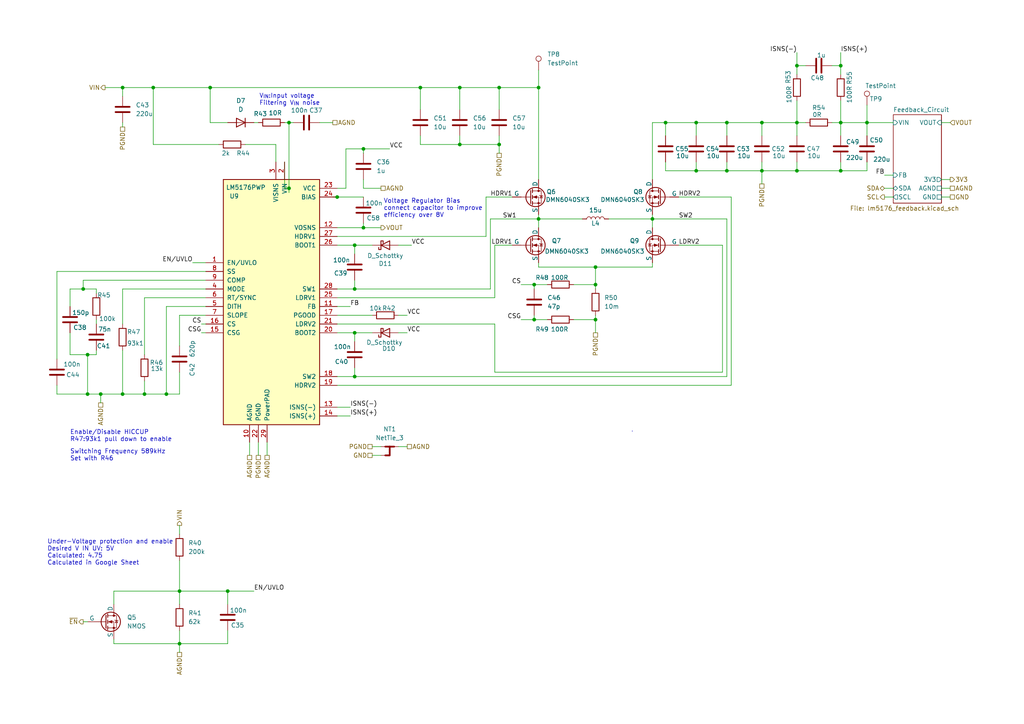
<source format=kicad_sch>
(kicad_sch (version 20231120) (generator "eeschema") (generator_version "8.0")
  (paper "A4")
  (lib_symbols
    (symbol "Connector:TestPoint" (pin_numbers hide) (pin_names (offset 0.762) hide)
      (property "Reference" "TP" (at 0 6.858 0))
      (property "Value" "TestPoint" (at 0 5.08 0))
      (symbol "TestPoint_0_1"
        (circle (center 0 3.302) (radius 0.762))
      )
      (symbol "TestPoint_1_1"
        (pin passive line (at 0 0 90) (length 2.54) (name "1") (number "1"))
      )
    )
    (symbol "Device:C" (pin_numbers hide) (pin_names (offset 0.254))
      (property "Reference" "C" (at 0.635 2.54 0))
      (property "Value" "C" (at 0.635 -2.54 0))
      (symbol "C_0_1"
        (polyline (pts (xy -2.032 -0.762) (xy 2.032 -0.762)) (stroke (width 0.508)))
        (polyline (pts (xy -2.032 0.762) (xy 2.032 0.762)) (stroke (width 0.508)))
      )
      (symbol "C_1_1"
        (pin passive line (at 0 3.81 270) (length 2.794) (name "~") (number "1"))
        (pin passive line (at 0 -3.81 90) (length 2.794) (name "~") (number "2"))
      )
    )
    (symbol "Device:D" (pin_numbers hide) (pin_names (offset 1.016) hide)
      (property "Reference" "D" (at 0 2.54 0))
      (property "Value" "D" (at 0 -2.54 0))
      (symbol "D_0_1"
        (polyline (pts (xy -1.27 1.27) (xy -1.27 -1.27)) (stroke (width 0.254)))
        (polyline (pts (xy 1.27 0) (xy -1.27 0)))
        (polyline (pts (xy 1.27 1.27) (xy 1.27 -1.27) (xy -1.27 0) (xy 1.27 1.27)) (stroke (width 0.254)))
      )
      (symbol "D_1_1"
        (pin passive line (at -3.81 0 0) (length 2.54) (name "K") (number "1"))
        (pin passive line (at 3.81 0 180) (length 2.54) (name "A") (number "2"))
      )
    )
    (symbol "Device:D_Schottky" (pin_numbers hide) (pin_names (offset 1.016) hide)
      (property "Reference" "D" (at 0 2.54 0))
      (property "Value" "D_Schottky" (at 0 -2.54 0))
      (symbol "D_Schottky_0_1"
        (polyline (pts (xy 1.27 0) (xy -1.27 0)))
        (polyline (pts (xy 1.27 1.27) (xy 1.27 -1.27) (xy -1.27 0) (xy 1.27 1.27)) (stroke (width 0.254)))
        (polyline (pts (xy -1.905 0.635) (xy -1.905 1.27) (xy -1.27 1.27) (xy -1.27 -1.27) (xy -0.635 -1.27) (xy -0.635 -0.635)) (stroke (width 0.254)))
      )
      (symbol "D_Schottky_1_1"
        (pin passive line (at -3.81 0 0) (length 2.54) (name "K") (number "1"))
        (pin passive line (at 3.81 0 180) (length 2.54) (name "A") (number "2"))
      )
    )
    (symbol "Device:L" (pin_numbers hide) (pin_names (offset 1.016) hide)
      (property "Reference" "L" (at -1.27 0 90))
      (property "Value" "L" (at 1.905 0 90))
      (symbol "L_0_1"
        (arc (start 0 -2.54) (mid 0.6323 -1.905) (end 0 -1.27))
        (arc (start 0 -1.27) (mid 0.6323 -0.635) (end 0 0))
        (arc (start 0 0) (mid 0.6323 0.635) (end 0 1.27))
        (arc (start 0 1.27) (mid 0.6323 1.905) (end 0 2.54))
      )
      (symbol "L_1_1"
        (pin passive line (at 0 3.81 270) (length 1.27) (name "1") (number "1"))
        (pin passive line (at 0 -3.81 90) (length 1.27) (name "2") (number "2"))
      )
    )
    (symbol "Device:NetTie_3" (pin_numbers hide) (pin_names (offset 0) hide) (in_bom no)
      (property "Reference" "NT" (at 0 1.27 0))
      (property "Value" "NetTie_3" (at 0 -3.81 0))
      (symbol "NetTie_3_0_1"
        (polyline (pts (xy -1.27 0) (xy 1.27 0)) (stroke (width 0.508)))
        (polyline (pts (xy 0 0) (xy 0 -2.54) (xy -1.27 -2.54)) (stroke (width 0.508)))
      )
      (symbol "NetTie_3_1_1"
        (pin passive line (at -2.54 0 0) (length 2.54) (name "1") (number "1"))
        (pin passive line (at 2.54 0 180) (length 2.54) (name "2") (number "2"))
        (pin passive line (at -2.54 -2.54 0) (length 2.54) (name "3") (number "3"))
      )
    )
    (symbol "Device:R" (pin_numbers hide) (pin_names (offset 0))
      (property "Reference" "R" (at 2.032 0 90))
      (property "Value" "R" (at 0 0 90))
      (symbol "R_0_1"
        (rectangle (start -1.016 -2.54) (end 1.016 2.54) (stroke (width 0.254)))
      )
      (symbol "R_1_1"
        (pin passive line (at 0 3.81 270) (length 1.27) (name "~") (number "1"))
        (pin passive line (at 0 -3.81 90) (length 1.27) (name "~") (number "2"))
      )
    )
    (symbol "Prj_dcdc_converter:LM5176PWPR" (pin_names (offset 1.016))
      (property "Reference" "U" (at -15.24 40.64 0))
      (property "Value" "LM5176PWPR" (at -15.24 38.1 0))
      (symbol "LM5176PWPR_0_1"
        (rectangle (start -15.24 36.83) (end 12.7 -34.29) (stroke (width 0.254)) (fill (type background)))
      )
      (symbol "LM5176PWPR_1_1"
        (pin input line (at -20.32 12.7 0) (length 5.08) (name "EN/UVLO") (number "1"))
        (pin power_in line (at -7.62 -39.37 90) (length 5.08) (name "AGND") (number "10"))
        (pin input line (at 17.78 0 180) (length 5.08) (name "FB") (number "11"))
        (pin output line (at 17.78 22.86 180) (length 5.08) (name "VOSNS") (number "12"))
        (pin input line (at 17.78 -29.21 180) (length 5.08) (name "ISNS(-)") (number "13"))
        (pin input line (at 17.78 -31.75 180) (length 5.08) (name "ISNS(+)") (number "14"))
        (pin input line (at -20.32 -7.62 0) (length 5.08) (name "CSG") (number "15"))
        (pin input line (at -20.32 -5.08 0) (length 5.08) (name "CS") (number "16"))
        (pin output line (at 17.78 -2.54 180) (length 5.08) (name "PGOOD") (number "17"))
        (pin output line (at 17.78 -20.32 180) (length 5.08) (name "SW2") (number "18"))
        (pin output line (at 17.78 -22.86 180) (length 5.08) (name "HDRV2") (number "19"))
        (pin power_in line (at 2.54 41.91 270) (length 5.08) (name "VIN") (number "2"))
        (pin passive line (at 17.78 -7.62 180) (length 5.08) (name "BOOT2") (number "20"))
        (pin output line (at 17.78 -5.08 180) (length 5.08) (name "LDRV2") (number "21"))
        (pin power_in line (at -5.08 -39.37 90) (length 5.08) (name "PGND") (number "22"))
        (pin power_in line (at 17.78 34.29 180) (length 5.08) (name "VCC") (number "23"))
        (pin input line (at 17.78 31.75 180) (length 5.08) (name "BIAS") (number "24"))
        (pin output line (at 17.78 2.54 180) (length 5.08) (name "LDRV1") (number "25"))
        (pin passive line (at 17.78 17.78 180) (length 5.08) (name "BOOT1") (number "26"))
        (pin output line (at 17.78 20.32 180) (length 5.08) (name "HDRV1") (number "27"))
        (pin output line (at 17.78 5.08 180) (length 5.08) (name "SW1") (number "28"))
        (pin input line (at -2.54 -39.37 90) (length 5.08) (name "PowerPAD") (number "29"))
        (pin input line (at 0 41.91 270) (length 5.08) (name "VISNS") (number "3"))
        (pin input line (at -20.32 5.08 0) (length 5.08) (name "MODE") (number "4"))
        (pin passive line (at -20.32 0 0) (length 5.08) (name "DITH") (number "5"))
        (pin input line (at -20.32 2.54 0) (length 5.08) (name "RT/SYNC") (number "6"))
        (pin passive line (at -20.32 -2.54 0) (length 5.08) (name "SLOPE") (number "7"))
        (pin passive line (at -20.32 10.16 0) (length 5.08) (name "SS") (number "8"))
        (pin passive line (at -20.32 7.62 0) (length 5.08) (name "COMP") (number "9"))
      )
    )
    (symbol "Simulation_SPICE:NMOS" (pin_numbers hide) (pin_names (offset 0))
      (property "Reference" "Q" (at 5.08 1.27 0))
      (property "Value" "NMOS" (at 5.08 -1.27 0))
      (symbol "NMOS_0_1"
        (polyline (pts (xy 0.254 0) (xy -2.54 0)))
        (polyline (pts (xy 0.254 1.905) (xy 0.254 -1.905)) (stroke (width 0.254)))
        (polyline (pts (xy 0.762 -1.27) (xy 0.762 -2.286)) (stroke (width 0.254)))
        (polyline (pts (xy 0.762 0.508) (xy 0.762 -0.508)) (stroke (width 0.254)))
        (polyline (pts (xy 0.762 2.286) (xy 0.762 1.27)) (stroke (width 0.254)))
        (polyline (pts (xy 2.54 2.54) (xy 2.54 1.778)))
        (polyline (pts (xy 2.54 -2.54) (xy 2.54 0) (xy 0.762 0)))
        (polyline (pts (xy 0.762 -1.778) (xy 3.302 -1.778) (xy 3.302 1.778) (xy 0.762 1.778)))
        (polyline (pts (xy 1.016 0) (xy 2.032 0.381) (xy 2.032 -0.381) (xy 1.016 0)) (fill (type outline)))
        (polyline (pts (xy 2.794 0.508) (xy 2.921 0.381) (xy 3.683 0.381) (xy 3.81 0.254)))
        (polyline (pts (xy 3.302 0.381) (xy 2.921 -0.254) (xy 3.683 -0.254) (xy 3.302 0.381)))
        (circle (center 1.651 0) (radius 2.794) (stroke (width 0.254)))
        (circle (center 2.54 -1.778) (radius 0.254) (fill (type outline)))
        (circle (center 2.54 1.778) (radius 0.254) (fill (type outline)))
      )
      (symbol "NMOS_1_1"
        (pin passive line (at 2.54 5.08 270) (length 2.54) (name "D") (number "1"))
        (pin input line (at -5.08 0 0) (length 2.54) (name "G") (number "2"))
        (pin passive line (at 2.54 -5.08 90) (length 2.54) (name "S") (number "3"))
      )
    )
  )
  (junction (at 156.21 25.4))
  (junction (at 210.82 49.53))
  (junction (at 243.84 49.53))
  (junction (at 144.78 41.91))
  (junction (at 24.13 83.82))
  (junction (at 44.45 25.4))
  (junction (at 83.82 54.61))
  (junction (at 41.91 114.3))
  (junction (at 105.41 43.18))
  (junction (at 172.72 82.55))
  (junction (at 102.87 83.82))
  (junction (at 35.56 25.4))
  (junction (at 231.14 49.53))
  (junction (at 251.46 35.56))
  (junction (at 156.21 63.5))
  (junction (at 154.94 82.55))
  (junction (at 210.82 35.56))
  (junction (at 102.87 71.12))
  (junction (at 105.41 66.04))
  (junction (at 231.14 35.56))
  (junction (at 243.84 19.05))
  (junction (at 102.87 109.22))
  (junction (at 201.93 49.53))
  (junction (at 220.98 49.53))
  (junction (at 60.96 25.4))
  (junction (at 220.98 35.56))
  (junction (at 231.14 19.05))
  (junction (at 25.4 114.3))
  (junction (at 243.84 35.56))
  (junction (at 154.94 92.71))
  (junction (at 102.87 96.52))
  (junction (at 201.93 35.56))
  (junction (at 97.79 57.15))
  (junction (at 189.23 63.5))
  (junction (at 35.56 114.3))
  (junction (at 66.04 171.45))
  (junction (at 29.21 114.3))
  (junction (at 133.35 25.4))
  (junction (at 172.72 92.71))
  (junction (at 25.4 102.87))
  (junction (at 172.72 77.47))
  (junction (at 52.07 186.69))
  (junction (at 133.35 41.91))
  (junction (at 193.04 35.56))
  (junction (at 48.26 114.3))
  (junction (at 121.92 25.4))
  (junction (at 52.07 171.45))
  (junction (at 83.82 35.56))
  (junction (at 144.78 25.4))
  (wire (pts (xy 172.72 77.47) (xy 172.72 82.55)))
  (wire (pts (xy 189.23 62.23) (xy 189.23 63.5)))
  (wire (pts (xy 142.24 83.82) (xy 142.24 63.5)))
  (wire (pts (xy 97.79 120.65) (xy 101.6 120.65)))
  (wire (pts (xy 105.41 54.61) (xy 110.49 54.61)))
  (wire (pts (xy 20.32 96.52) (xy 20.32 102.87)))
  (wire (pts (xy 24.13 83.82) (xy 27.94 83.82)))
  (wire (pts (xy 212.09 111.76) (xy 212.09 57.15)))
  (wire (pts (xy 273.05 35.56) (xy 275.59 35.56)))
  (wire (pts (xy 97.79 57.15) (xy 96.52 57.15)))
  (wire (pts (xy 105.41 64.77) (xy 105.41 66.04)))
  (wire (pts (xy 143.51 93.98) (xy 143.51 107.95)))
  (wire (pts (xy 121.92 39.37) (xy 121.92 41.91)))
  (wire (pts (xy 100.33 54.61) (xy 97.79 54.61)))
  (wire (pts (xy 41.91 86.36) (xy 59.69 86.36)))
  (wire (pts (xy 97.79 96.52) (xy 102.87 96.52)))
  (wire (pts (xy 20.32 83.82) (xy 24.13 83.82)))
  (wire (pts (xy 251.46 35.56) (xy 259.08 35.56)))
  (wire (pts (xy 193.04 49.53) (xy 201.93 49.53)))
  (wire (pts (xy 27.94 83.82) (xy 27.94 85.09)))
  (wire (pts (xy 97.79 91.44) (xy 107.95 91.44)))
  (wire (pts (xy 58.42 93.98) (xy 59.69 93.98)))
  (wire (pts (xy 121.92 25.4) (xy 121.92 31.75)))
  (wire (pts (xy 102.87 81.28) (xy 102.87 83.82)))
  (wire (pts (xy 73.66 35.56) (xy 74.93 35.56)))
  (wire (pts (xy 243.84 39.37) (xy 243.84 35.56)))
  (wire (pts (xy 172.72 91.44) (xy 172.72 92.71)))
  (wire (pts (xy 77.47 128.27) (xy 77.47 132.08)))
  (wire (pts (xy 16.51 78.74) (xy 59.69 78.74)))
  (wire (pts (xy 193.04 35.56) (xy 193.04 39.37)))
  (wire (pts (xy 166.37 92.71) (xy 172.72 92.71)))
  (wire (pts (xy 231.14 29.21) (xy 231.14 35.56)))
  (wire (pts (xy 172.72 92.71) (xy 172.72 96.52)))
  (wire (pts (xy 25.4 102.87) (xy 27.94 102.87)))
  (wire (pts (xy 151.13 82.55) (xy 154.94 82.55)))
  (wire (pts (xy 105.41 43.18) (xy 105.41 44.45)))
  (wire (pts (xy 20.32 83.82) (xy 20.32 88.9)))
  (wire (pts (xy 196.85 57.15) (xy 212.09 57.15)))
  (wire (pts (xy 33.02 186.69) (xy 33.02 185.42)))
  (wire (pts (xy 35.56 27.94) (xy 35.56 25.4)))
  (wire (pts (xy 80.01 41.91) (xy 80.01 46.99)))
  (wire (pts (xy 41.91 86.36) (xy 41.91 102.87)))
  (wire (pts (xy 102.87 83.82) (xy 142.24 83.82)))
  (wire (pts (xy 100.33 43.18) (xy 100.33 54.61)))
  (wire (pts (xy 133.35 41.91) (xy 121.92 41.91)))
  (wire (pts (xy 115.57 96.52) (xy 118.11 96.52)))
  (wire (pts (xy 52.07 152.4) (xy 52.07 154.94)))
  (wire (pts (xy 231.14 15.24) (xy 231.14 19.05)))
  (wire (pts (xy 102.87 96.52) (xy 107.95 96.52)))
  (wire (pts (xy 97.79 57.15) (xy 105.41 57.15)))
  (wire (pts (xy 71.12 41.91) (xy 80.01 41.91)))
  (wire (pts (xy 52.07 186.69) (xy 52.07 189.23)))
  (wire (pts (xy 233.68 19.05) (xy 231.14 19.05)))
  (wire (pts (xy 52.07 162.56) (xy 52.07 171.45)))
  (wire (pts (xy 193.04 35.56) (xy 201.93 35.56)))
  (wire (pts (xy 52.07 91.44) (xy 52.07 100.33)))
  (wire (pts (xy 83.82 35.56) (xy 85.09 35.56)))
  (wire (pts (xy 143.51 107.95) (xy 209.55 107.95)))
  (wire (pts (xy 16.51 114.3) (xy 25.4 114.3)))
  (wire (pts (xy 97.79 86.36) (xy 143.51 86.36)))
  (wire (pts (xy 172.72 83.82) (xy 172.72 82.55)))
  (wire (pts (xy 210.82 46.99) (xy 210.82 49.53)))
  (wire (pts (xy 24.13 81.28) (xy 59.69 81.28)))
  (wire (pts (xy 251.46 46.99) (xy 251.46 49.53)))
  (wire (pts (xy 176.53 63.5) (xy 189.23 63.5)))
  (wire (pts (xy 154.94 82.55) (xy 158.75 82.55)))
  (wire (pts (xy 44.45 41.91) (xy 44.45 25.4)))
  (wire (pts (xy 27.94 101.6) (xy 27.94 102.87)))
  (wire (pts (xy 105.41 66.04) (xy 110.49 66.04)))
  (wire (pts (xy 60.96 35.56) (xy 60.96 25.4)))
  (wire (pts (xy 83.82 54.61) (xy 82.55 54.61)))
  (wire (pts (xy 48.26 114.3) (xy 52.07 114.3)))
  (wire (pts (xy 97.79 66.04) (xy 105.41 66.04)))
  (wire (pts (xy 33.02 171.45) (xy 52.07 171.45)))
  (wire (pts (xy 156.21 63.5) (xy 156.21 66.04)))
  (wire (pts (xy 201.93 35.56) (xy 201.93 39.37)))
  (wire (pts (xy 201.93 49.53) (xy 210.82 49.53)))
  (wire (pts (xy 220.98 46.99) (xy 220.98 49.53)))
  (wire (pts (xy 243.84 15.24) (xy 243.84 19.05)))
  (wire (pts (xy 156.21 77.47) (xy 172.72 77.47)))
  (wire (pts (xy 52.07 171.45) (xy 66.04 171.45)))
  (wire (pts (xy 35.56 83.82) (xy 59.69 83.82)))
  (wire (pts (xy 133.35 25.4) (xy 133.35 31.75)))
  (wire (pts (xy 102.87 71.12) (xy 107.95 71.12)))
  (wire (pts (xy 243.84 19.05) (xy 241.3 19.05)))
  (wire (pts (xy 251.46 35.56) (xy 251.46 39.37)))
  (wire (pts (xy 144.78 41.91) (xy 144.78 44.45)))
  (wire (pts (xy 105.41 52.07) (xy 105.41 54.61)))
  (wire (pts (xy 66.04 171.45) (xy 73.66 171.45)))
  (wire (pts (xy 115.57 71.12) (xy 119.38 71.12)))
  (wire (pts (xy 256.54 57.15) (xy 259.08 57.15)))
  (wire (pts (xy 243.84 46.99) (xy 243.84 49.53)))
  (wire (pts (xy 273.05 52.07) (xy 275.59 52.07)))
  (wire (pts (xy 143.51 71.12) (xy 148.59 71.12)))
  (wire (pts (xy 210.82 35.56) (xy 210.82 39.37)))
  (wire (pts (xy 66.04 35.56) (xy 60.96 35.56)))
  (wire (pts (xy 48.26 88.9) (xy 48.26 114.3)))
  (wire (pts (xy 33.02 175.26) (xy 33.02 171.45)))
  (wire (pts (xy 24.13 81.28) (xy 24.13 83.82)))
  (wire (pts (xy 273.05 57.15) (xy 275.59 57.15)))
  (wire (pts (xy 256.54 50.8) (xy 259.08 50.8)))
  (wire (pts (xy 41.91 110.49) (xy 41.91 114.3)))
  (wire (pts (xy 220.98 35.56) (xy 220.98 39.37)))
  (wire (pts (xy 63.5 41.91) (xy 44.45 41.91)))
  (wire (pts (xy 102.87 109.22) (xy 210.82 109.22)))
  (wire (pts (xy 74.93 128.27) (xy 74.93 132.08)))
  (wire (pts (xy 251.46 35.56) (xy 243.84 35.56)))
  (wire (pts (xy 220.98 35.56) (xy 231.14 35.56)))
  (wire (pts (xy 24.13 180.34) (xy 25.4 180.34)))
  (wire (pts (xy 209.55 71.12) (xy 196.85 71.12)))
  (wire (pts (xy 29.21 114.3) (xy 29.21 116.84)))
  (wire (pts (xy 151.13 92.71) (xy 154.94 92.71)))
  (wire (pts (xy 97.79 83.82) (xy 102.87 83.82)))
  (wire (pts (xy 140.97 57.15) (xy 140.97 68.58)))
  (wire (pts (xy 231.14 35.56) (xy 233.68 35.56)))
  (wire (pts (xy 97.79 118.11) (xy 101.6 118.11)))
  (wire (pts (xy 35.56 114.3) (xy 41.91 114.3)))
  (wire (pts (xy 210.82 109.22) (xy 210.82 63.5)))
  (wire (pts (xy 209.55 107.95) (xy 209.55 71.12)))
  (wire (pts (xy 97.79 109.22) (xy 102.87 109.22)))
  (wire (pts (xy 210.82 35.56) (xy 220.98 35.56)))
  (wire (pts (xy 16.51 111.76) (xy 16.51 114.3)))
  (wire (pts (xy 231.14 46.99) (xy 231.14 49.53)))
  (wire (pts (xy 66.04 182.88) (xy 66.04 186.69)))
  (wire (pts (xy 154.94 92.71) (xy 158.75 92.71)))
  (wire (pts (xy 35.56 35.56) (xy 35.56 36.83)))
  (wire (pts (xy 144.78 25.4) (xy 156.21 25.4)))
  (wire (pts (xy 102.87 96.52) (xy 102.87 99.06)))
  (wire (pts (xy 154.94 91.44) (xy 154.94 92.71)))
  (wire (pts (xy 251.46 30.48) (xy 251.46 35.56)))
  (wire (pts (xy 189.23 77.47) (xy 189.23 76.2)))
  (wire (pts (xy 231.14 19.05) (xy 231.14 21.59)))
  (wire (pts (xy 102.87 109.22) (xy 102.87 106.68)))
  (wire (pts (xy 273.05 54.61) (xy 275.59 54.61)))
  (wire (pts (xy 220.98 49.53) (xy 231.14 49.53)))
  (wire (pts (xy 41.91 114.3) (xy 48.26 114.3)))
  (wire (pts (xy 243.84 35.56) (xy 241.3 35.56)))
  (wire (pts (xy 154.94 82.55) (xy 154.94 83.82)))
  (wire (pts (xy 166.37 82.55) (xy 172.72 82.55)))
  (wire (pts (xy 144.78 25.4) (xy 144.78 31.75)))
  (wire (pts (xy 97.79 93.98) (xy 143.51 93.98)))
  (wire (pts (xy 201.93 46.99) (xy 201.93 49.53)))
  (wire (pts (xy 156.21 63.5) (xy 168.91 63.5)))
  (wire (pts (xy 100.33 43.18) (xy 105.41 43.18)))
  (wire (pts (xy 256.54 54.61) (xy 259.08 54.61)))
  (wire (pts (xy 82.55 54.61) (xy 82.55 46.99)))
  (wire (pts (xy 25.4 114.3) (xy 29.21 114.3)))
  (wire (pts (xy 20.32 102.87) (xy 25.4 102.87)))
  (wire (pts (xy 72.39 128.27) (xy 72.39 132.08)))
  (wire (pts (xy 25.4 102.87) (xy 25.4 114.3)))
  (wire (pts (xy 121.92 25.4) (xy 133.35 25.4)))
  (wire (pts (xy 97.79 111.76) (xy 212.09 111.76)))
  (wire (pts (xy 144.78 39.37) (xy 144.78 41.91)))
  (wire (pts (xy 27.94 92.71) (xy 27.94 93.98)))
  (wire (pts (xy 210.82 49.53) (xy 220.98 49.53)))
  (wire (pts (xy 92.71 35.56) (xy 96.52 35.56)))
  (wire (pts (xy 243.84 49.53) (xy 231.14 49.53)))
  (wire (pts (xy 29.21 114.3) (xy 35.56 114.3)))
  (wire (pts (xy 16.51 78.74) (xy 16.51 104.14)))
  (wire (pts (xy 189.23 35.56) (xy 193.04 35.56)))
  (wire (pts (xy 156.21 62.23) (xy 156.21 63.5)))
  (wire (pts (xy 97.79 88.9) (xy 101.6 88.9)))
  (wire (pts (xy 35.56 83.82) (xy 35.56 93.98)))
  (wire (pts (xy 52.07 186.69) (xy 66.04 186.69)))
  (wire (pts (xy 105.41 43.18) (xy 113.03 43.18)))
  (wire (pts (xy 156.21 25.4) (xy 156.21 52.07)))
  (wire (pts (xy 189.23 35.56) (xy 189.23 52.07)))
  (wire (pts (xy 30.48 25.4) (xy 35.56 25.4)))
  (wire (pts (xy 144.78 41.91) (xy 133.35 41.91)))
  (wire (pts (xy 55.88 76.2) (xy 59.69 76.2)))
  (wire (pts (xy 107.95 132.08) (xy 110.49 132.08)))
  (wire (pts (xy 251.46 49.53) (xy 243.84 49.53)))
  (wire (pts (xy 52.07 171.45) (xy 52.07 175.26)))
  (wire (pts (xy 60.96 25.4) (xy 121.92 25.4)))
  (wire (pts (xy 83.82 55.88) (xy 83.82 54.61)))
  (wire (pts (xy 133.35 25.4) (xy 144.78 25.4)))
  (wire (pts (xy 35.56 101.6) (xy 35.56 114.3)))
  (wire (pts (xy 172.72 77.47) (xy 189.23 77.47)))
  (wire (pts (xy 142.24 63.5) (xy 156.21 63.5)))
  (wire (pts (xy 243.84 29.21) (xy 243.84 35.56)))
  (wire (pts (xy 189.23 63.5) (xy 210.82 63.5)))
  (wire (pts (xy 58.42 96.52) (xy 59.69 96.52)))
  (wire (pts (xy 83.82 35.56) (xy 83.82 54.61)))
  (wire (pts (xy 243.84 21.59) (xy 243.84 19.05)))
  (wire (pts (xy 52.07 182.88) (xy 52.07 186.69)))
  (wire (pts (xy 33.02 186.69) (xy 52.07 186.69)))
  (wire (pts (xy 35.56 25.4) (xy 44.45 25.4)))
  (wire (pts (xy 102.87 71.12) (xy 102.87 73.66)))
  (wire (pts (xy 97.79 68.58) (xy 140.97 68.58)))
  (wire (pts (xy 66.04 171.45) (xy 66.04 175.26)))
  (wire (pts (xy 52.07 91.44) (xy 59.69 91.44)))
  (wire (pts (xy 118.11 91.44) (xy 115.57 91.44)))
  (wire (pts (xy 44.45 25.4) (xy 60.96 25.4)))
  (wire (pts (xy 143.51 86.36) (xy 143.51 71.12)))
  (wire (pts (xy 220.98 49.53) (xy 220.98 53.34)))
  (wire (pts (xy 156.21 20.32) (xy 156.21 25.4)))
  (wire (pts (xy 231.14 39.37) (xy 231.14 35.56)))
  (wire (pts (xy 48.26 88.9) (xy 59.69 88.9)))
  (wire (pts (xy 82.55 35.56) (xy 83.82 35.56)))
  (wire (pts (xy 189.23 63.5) (xy 189.23 66.04)))
  (wire (pts (xy 52.07 107.95) (xy 52.07 114.3)))
  (wire (pts (xy 115.57 129.54) (xy 118.11 129.54)))
  (wire (pts (xy 201.93 35.56) (xy 210.82 35.56)))
  (wire (pts (xy 156.21 77.47) (xy 156.21 76.2)))
  (wire (pts (xy 97.79 71.12) (xy 102.87 71.12)))
  (polyline (pts (xy 183.388 125.095) (xy 183.388 124.968)))
  (wire (pts (xy 133.35 39.37) (xy 133.35 41.91)))
  (wire (pts (xy 107.95 129.54) (xy 110.49 129.54)))
  (wire (pts (xy 140.97 57.15) (xy 148.59 57.15)))
  (wire (pts (xy 193.04 46.99) (xy 193.04 49.53)))
  (text "V_{IN}:Input voltage \nFiltering V_{IN} noise" (at 75.184 28.956 0) (effects (font (size 1.27 1.27)) (justify left)))
  (text "Enable/Disable HICCUP\nR47:93k1 pull down to enable" (at 20.32 126.492 0) (effects (font (size 1.27 1.27)) (justify left)))
  (text "Switching Frequency 589kHz\nSet with R46\n" (at 20.32 132.08 0) (effects (font (size 1.27 1.27)) (justify left)))
  (text "Voltage Regulator Bias\nconnect capacitor to improve \nefficiency over 8V" (at 111.252 60.452 0) (effects (font (size 1.27 1.27)) (justify left)))
  (text "Under-Voltage protection and enable\nDesired V IN UV: 5V\nCalculated: 4.75\nCalculated in Google Sheet" (at 13.716 160.274 0) (effects (font (size 1.27 1.27)) (justify left)))
  (label "VCC" (at 113.03 43.18 0))
  (label "CSG" (at 58.42 96.52 180))
  (label "VCC" (at 118.11 91.44 0))
  (label "SW2" (at 196.85 63.5 0))
  (label "CS" (at 151.13 82.55 180))
  (label "CSG" (at 151.13 92.71 180))
  (label "FB" (at 101.6 88.9 0))
  (label "ISNS(-)" (at 231.14 15.24 180))
  (label "ISNS(+)" (at 243.84 15.24 0))
  (label "ISNS(-)" (at 101.6 118.11 0))
  (label "VCC" (at 119.38 71.12 0))
  (label "ISNS(+)" (at 101.6 120.65 0))
  (label "FB" (at 256.54 50.8 180))
  (label "EN{slash}UVLO" (at 55.88 76.2 180))
  (label "HDRV1" (at 142.24 57.15 0))
  (label "CS" (at 58.42 93.98 180))
  (label "EN{slash}UVLO" (at 73.66 171.45 0))
  (label "LDRV1" (at 148.59 71.12 180))
  (label "SW1" (at 149.86 63.5 180))
  (label "VCC" (at 118.11 96.52 0))
  (label "LDRV2" (at 196.85 71.12 0))
  (label "HDRV2" (at 196.85 57.15 0))
  (hierarchical_label "PGND" (shape passive) (at 74.93 132.08 270))
  (hierarchical_label "AGND" (shape passive) (at 275.59 54.61 0))
  (hierarchical_label "PGND" (shape passive) (at 35.56 36.83 270))
  (hierarchical_label "AGND" (shape passive) (at 96.52 35.56 0))
  (hierarchical_label "VIN" (shape output) (at 30.48 25.4 180))
  (hierarchical_label "SCL" (shape output) (at 256.54 57.15 180))
  (hierarchical_label "AGND" (shape passive) (at 77.47 132.08 270))
  (hierarchical_label "PGND" (shape passive) (at 107.95 129.54 180))
  (hierarchical_label "SDA" (shape bidirectional) (at 256.54 54.61 180))
  (hierarchical_label "AGND" (shape passive) (at 110.49 54.61 0))
  (hierarchical_label "AGND" (shape passive) (at 72.39 132.08 270))
  (hierarchical_label "AGND" (shape passive) (at 52.07 189.23 270))
  (hierarchical_label "3V3" (shape output) (at 275.59 52.07 0))
  (hierarchical_label "AGND" (shape passive) (at 29.21 116.84 270))
  (hierarchical_label "PGND" (shape passive) (at 220.98 53.34 270))
  (hierarchical_label "VOUT" (shape input) (at 275.59 35.56 0))
  (hierarchical_label "GND" (shape passive) (at 275.59 57.15 0))
  (hierarchical_label "VOUT" (shape output) (at 110.49 66.04 0))
  (hierarchical_label "PGND" (shape passive) (at 144.78 44.45 270))
  (hierarchical_label "~{EN}" (shape output) (at 24.13 180.34 180))
  (hierarchical_label "VIN" (shape output) (at 52.07 152.4 90))
  (hierarchical_label "GND" (shape passive) (at 107.95 132.08 180))
  (hierarchical_label "PGND" (shape passive) (at 172.72 96.52 270))
  (hierarchical_label "AGND" (shape passive) (at 118.11 129.54 0))
  (symbol (lib_id "Device:C") (at 27.94 97.79 0) (unit 1)
    (property "Reference" "C41" (at 32.004 100.33 0) (effects (justify right)))
    (property "Value" "75n" (at 32.258 95.504 0) (effects (justify right)))
    (property "Description" "Unpolarized capacitor" (effects (hide yes)))
  )
  (symbol (lib_id "Device:C") (at 251.46 43.18 0) (unit 1)
    (property "Reference" "C50" (at 252.222 40.64 0) (effects (justify left)))
    (property "Value" "220u" (at 253.238 46.228 0) (effects (justify left)))
    (property "Description" "Unpolarized capacitor" (effects (hide yes)))
  )
  (symbol (lib_id "Device:R") (at 67.31 41.91 270) (unit 1)
    (property "Reference" "R44" (at 68.5801 44.45 90) (effects (justify left)))
    (property "Value" "2k" (at 64.262 44.45 90) (effects (justify left)))
    (property "Description" "Resistor" (effects (hide yes)))
  )
  (symbol (lib_id "Device:L") (at 172.72 63.5 90) (unit 1)
    (property "Reference" "L4" (at 172.72 64.77 90))
    (property "Value" "15u" (at 172.72 60.96 90))
    (property "Description" "Inductor" (effects (hide yes)))
  )
  (symbol (lib_id "Device:C") (at 35.56 31.75 0) (unit 1)
    (property "Reference" "C43" (at 39.37 30.4799 0) (effects (justify left)))
    (property "Value" "220u" (at 39.37 33.0199 0) (effects (justify left)))
    (property "Description" "Unpolarized capacitor" (effects (hide yes)))
  )
  (symbol (lib_id "Device:C") (at 243.84 43.18 0) (unit 1)
    (property "Reference" "C49" (at 245.364 41.148 0) (effects (justify left)))
    (property "Value" "220u" (at 245.364 45.72 0) (effects (justify left)))
    (property "Description" "Unpolarized capacitor" (effects (hide yes)))
  )
  (symbol (lib_id "Device:R") (at 162.56 82.55 270) (unit 1)
    (property "Reference" "R48" (at 157.226 80.518 90))
    (property "Value" "100R" (at 162.306 80.518 90))
    (property "Description" "Resistor" (effects (hide yes)))
  )
  (symbol (lib_id "Device:C") (at 102.87 102.87 180) (unit 1)
    (property "Reference" "C40" (at 99.06 104.902 0))
    (property "Value" "100n" (at 99.314 100.584 0))
    (property "Description" "Unpolarized capacitor" (effects (hide yes)))
  )
  (symbol (lib_id "Device:C") (at 133.35 35.56 0) (unit 1)
    (property "Reference" "C56" (at 137.16 34.2899 0) (effects (justify left)))
    (property "Value" "10u" (at 137.16 36.8299 0) (effects (justify left)))
    (property "Description" "Unpolarized capacitor" (effects (hide yes)))
  )
  (symbol (lib_id "Device:C") (at 102.87 77.47 0) (unit 1)
    (property "Reference" "C39" (at 98.806 79.248 0))
    (property "Value" "100n" (at 99.06 75.438 0))
    (property "Description" "Unpolarized capacitor" (effects (hide yes)))
  )
  (symbol (lib_id "Simulation_SPICE:NMOS") (at 153.67 57.15 0) (unit 1)
    (property "Reference" "Q6" (at 158.496 55.626 0) (effects (justify left)))
    (property "Value" "DMN6040SK3" (at 158.242 57.912 0) (effects (justify left)))
    (property "Datasheet" "https://ngspice.sourceforge.io/docs/ngspice-html-manual/manual.xhtml#cha_MOSFETs" (effects (hide yes)))
    (property "Description" "N-MOSFET transistor, drain/source/gate" (effects (hide yes)))
    (property "Sim.Device" "NMOS" (effects (hide yes)))
    (property "Sim.Type" "VDMOS" (effects (hide yes)))
    (property "Sim.Pins" "1=D 2=G 3=S" (effects (hide yes)))
  )
  (symbol (lib_id "Device:C") (at 144.78 35.56 0) (unit 1)
    (property "Reference" "C57" (at 148.59 34.2899 0) (effects (justify left)))
    (property "Value" "10u" (at 148.59 36.8299 0) (effects (justify left)))
    (property "Description" "Unpolarized capacitor" (effects (hide yes)))
  )
  (symbol (lib_id "Device:R") (at 78.74 35.56 90) (unit 1)
    (property "Reference" "R43" (at 77.4699 33.02 90) (effects (justify left)))
    (property "Value" "10R" (at 81.788 32.766 90) (effects (justify left)))
    (property "Description" "Resistor" (effects (hide yes)))
  )
  (symbol (lib_id "Simulation_SPICE:NMOS") (at 191.77 71.12 0) (mirror y) (unit 1)
    (property "Reference" "Q9" (at 185.42 69.8499 0) (effects (justify left)))
    (property "Value" "DMN6040SK3" (at 186.944 72.898 0) (effects (justify left)))
    (property "Datasheet" "https://ngspice.sourceforge.io/docs/ngspice-html-manual/manual.xhtml#cha_MOSFETs" (effects (hide yes)))
    (property "Description" "N-MOSFET transistor, drain/source/gate" (effects (hide yes)))
    (property "Sim.Device" "NMOS" (effects (hide yes)))
    (property "Sim.Type" "VDMOS" (effects (hide yes)))
    (property "Sim.Pins" "1=D 2=G 3=S" (effects (hide yes)))
  )
  (symbol (lib_id "Connector:TestPoint") (at 156.21 20.32 0) (unit 1)
    (property "Reference" "TP8" (at 158.75 15.7479 0) (effects (justify left)))
    (property "Value" "TestPoint" (at 158.75 18.2879 0) (effects (justify left)))
    (property "Description" "test point" (effects (hide yes)))
  )
  (symbol (lib_id "Device:R") (at 243.84 25.4 180) (unit 1)
    (property "Reference" "R55" (at 246.38 22.606 90))
    (property "Value" "100R" (at 246.38 27.432 90))
    (property "Description" "Resistor" (effects (hide yes)))
  )
  (symbol (lib_id "Connector:TestPoint") (at 251.46 30.48 0) (unit 1)
    (property "Reference" "TP9" (at 252.222 28.702 0) (effects (justify left)))
    (property "Value" "TestPoint" (at 250.952 24.892 0) (effects (justify left)))
    (property "Description" "test point" (effects (hide yes)))
  )
  (symbol (lib_id "Device:R") (at 52.07 179.07 0) (unit 1)
    (property "Reference" "R41" (at 54.61 177.7999 0) (effects (justify left)))
    (property "Value" "62k" (at 54.61 180.3399 0) (effects (justify left)))
    (property "Description" "Resistor" (effects (hide yes)))
  )
  (symbol (lib_id "Device:C") (at 16.51 107.95 0) (unit 1)
    (property "Reference" "C44" (at 23.114 108.712 0) (effects (justify right)))
    (property "Value" "100n" (at 23.368 105.664 0) (effects (justify right)))
    (property "Description" "Unpolarized capacitor" (effects (hide yes)))
  )
  (symbol (lib_id "Device:R") (at 237.49 35.56 90) (unit 1)
    (property "Reference" "R54" (at 237.49 31.242 90))
    (property "Value" "0R" (at 236.982 33.274 90))
    (property "Description" "Resistor" (effects (hide yes)))
  )
  (symbol (lib_id "Device:R") (at 162.56 92.71 270) (unit 1)
    (property "Reference" "R49" (at 157.226 95.504 90))
    (property "Value" "100R" (at 162.306 95.504 90))
    (property "Description" "Resistor" (effects (hide yes)))
  )
  (symbol (lib_id "Device:R") (at 41.91 106.68 0) (unit 1)
    (property "Reference" "R46" (at 43.434 105.156 0) (effects (justify left)))
    (property "Value" "13k" (at 43.688 106.934 0) (effects (justify left)))
    (property "Description" "Resistor" (effects (hide yes)))
  )
  (symbol (lib_id "Device:R") (at 27.94 88.9 0) (unit 1)
    (property "Reference" "R45" (at 28.194 85.598 0) (effects (justify left)))
    (property "Value" "100k" (at 28.702 92.456 0) (effects (justify left)))
    (property "Description" "Resistor" (effects (hide yes)))
  )
  (symbol (lib_id "Simulation_SPICE:NMOS") (at 153.67 71.12 0) (unit 1)
    (property "Reference" "Q7" (at 160.02 69.8499 0) (effects (justify left)))
    (property "Value" "DMN6040SK3" (at 157.988 72.898 0) (effects (justify left)))
    (property "Datasheet" "https://ngspice.sourceforge.io/docs/ngspice-html-manual/manual.xhtml#cha_MOSFETs" (effects (hide yes)))
    (property "Description" "N-MOSFET transistor, drain/source/gate" (effects (hide yes)))
    (property "Sim.Device" "NMOS" (effects (hide yes)))
    (property "Sim.Type" "VDMOS" (effects (hide yes)))
    (property "Sim.Pins" "1=D 2=G 3=S" (effects (hide yes)))
  )
  (symbol (lib_id "Device:C") (at 88.9 35.56 90) (unit 1)
    (property "Reference" "C37" (at 89.662 32.004 90) (effects (justify right)))
    (property "Value" "100n" (at 84.328 32.004 90) (effects (justify right)))
    (property "Description" "Unpolarized capacitor" (effects (hide yes)))
  )
  (symbol (lib_id "Device:C") (at 121.92 35.56 0) (unit 1)
    (property "Reference" "C51" (at 125.73 34.2899 0) (effects (justify left)))
    (property "Value" "10u" (at 125.73 36.8299 0) (effects (justify left)))
    (property "Description" "Unpolarized capacitor" (effects (hide yes)))
  )
  (symbol (lib_id "Device:R") (at 111.76 91.44 90) (unit 1)
    (property "Reference" "R42" (at 112.776 89.408 90))
    (property "Value" "10k" (at 108.966 89.408 90))
    (property "Description" "Resistor" (effects (hide yes)))
  )
  (symbol (lib_id "Device:C") (at 105.41 48.26 180) (unit 1)
    (property "Reference" "C36" (at 109.22 46.9899 0) (effects (justify right)))
    (property "Value" "1u" (at 109.22 49.5299 0) (effects (justify right)))
    (property "Description" "Unpolarized capacitor" (effects (hide yes)))
  )
  (symbol (lib_id "Device:C") (at 210.82 43.18 0) (unit 1)
    (property "Reference" "C53" (at 213.614 43.18 0) (effects (justify left)))
    (property "Value" "10u" (at 213.868 45.212 0) (effects (justify left)))
    (property "Description" "Unpolarized capacitor" (effects (hide yes)))
  )
  (symbol (lib_id "Prj_dcdc_converter:LM5176PWPR") (at 80.01 88.9 0) (unit 1)
    (property "Reference" "U9" (at 66.548 56.896 0) (effects (justify left)))
    (property "Value" "LM5176PWP" (at 65.532 54.356 0) (effects (justify left)))
    (property "Footprint" "Package_SO:HTSSOP-28-1EP_4.4x9.7mm_P0.65mm_EP3.4x9.5mm_ThermalVias" (effects (hide yes)))
    (property "Datasheet" "http://www.ti.com/lit/ds/symlink/lm5176.pdf" (effects (hide yes)))
    (property "Description" "55-V wide Vin synchronous 4-switch Buck-Boost controller, HTSSOP-28 package" (effects (hide yes)))
  )
  (symbol (lib_id "Device:C") (at 220.98 43.18 0) (unit 1)
    (property "Reference" "C52" (at 223.774 43.18 0) (effects (justify left)))
    (property "Value" "10u" (at 224.028 45.212 0) (effects (justify left)))
    (property "Description" "Unpolarized capacitor" (effects (hide yes)))
  )
  (symbol (lib_id "Device:R") (at 172.72 87.63 0) (unit 1)
    (property "Reference" "R50" (at 175.26 86.3599 0) (effects (justify left)))
    (property "Value" "10m" (at 175.26 88.8999 0) (effects (justify left)))
    (property "Description" "Resistor" (effects (hide yes)))
  )
  (symbol (lib_id "Device:NetTie_3") (at 113.03 129.54 0) (unit 1) (in_bom no)
    (property "Reference" "NT1" (at 113.03 124.46 0))
    (property "Value" "NetTie_3" (at 113.03 127 0))
    (property "Description" "Net tie, 3 pins" (effects (hide yes)))
  )
  (symbol (lib_id "Device:C") (at 105.41 60.96 0) (unit 1)
    (property "Reference" "C58" (at 110.236 63.246 0) (effects (justify right)))
    (property "Value" "100n" (at 110.998 58.928 0) (effects (justify right)))
    (property "Description" "Unpolarized capacitor" (effects (hide yes)))
  )
  (symbol (lib_id "Device:C") (at 237.49 19.05 90) (unit 1)
    (property "Reference" "C48" (at 239.014 22.606 90) (effects (justify left)))
    (property "Value" "1u" (at 239.522 16.002 90) (effects (justify left)))
    (property "Description" "Unpolarized capacitor" (effects (hide yes)))
  )
  (symbol (lib_id "Device:C") (at 193.04 43.18 0) (unit 1)
    (property "Reference" "C55" (at 195.834 43.18 0) (effects (justify left)))
    (property "Value" "10u" (at 196.088 45.212 0) (effects (justify left)))
    (property "Description" "Unpolarized capacitor" (effects (hide yes)))
  )
  (symbol (lib_id "Device:R") (at 35.56 97.79 0) (unit 1)
    (property "Reference" "R47" (at 36.83 96.266 0) (effects (justify left)))
    (property "Value" "93k1" (at 36.83 99.568 0) (effects (justify left)))
    (property "Description" "Resistor" (effects (hide yes)))
  )
  (symbol (lib_id "Device:D_Schottky") (at 111.76 96.52 0) (mirror x) (unit 1)
    (property "Reference" "D10" (at 112.776 101.092 0))
    (property "Value" "D_Schottky" (at 111.506 99.314 0))
    (property "Description" "Schottky diode" (effects (hide yes)))
  )
  (symbol (lib_id "Device:D") (at 69.85 35.56 180) (unit 1)
    (property "Reference" "D7" (at 69.85 29.21 0))
    (property "Value" "D" (at 69.85 31.75 0))
    (property "Description" "Diode" (effects (hide yes)))
    (property "Sim.Device" "D" (effects (hide yes)))
    (property "Sim.Pins" "1=K 2=A" (effects (hide yes)))
  )
  (symbol (lib_id "Simulation_SPICE:NMOS") (at 30.48 180.34 0) (unit 1)
    (property "Reference" "Q5" (at 36.83 179.0699 0) (effects (justify left)))
    (property "Value" "NMOS" (at 36.83 181.6099 0) (effects (justify left)))
    (property "Datasheet" "https://ngspice.sourceforge.io/docs/ngspice-html-manual/manual.xhtml#cha_MOSFETs" (effects (hide yes)))
    (property "Description" "N-MOSFET transistor, drain/source/gate" (effects (hide yes)))
    (property "Sim.Device" "NMOS" (effects (hide yes)))
    (property "Sim.Type" "VDMOS" (effects (hide yes)))
    (property "Sim.Pins" "1=D 2=G 3=S" (effects (hide yes)))
  )
  (symbol (lib_id "Device:C") (at 66.04 179.07 0) (unit 1)
    (property "Reference" "C35" (at 70.866 181.356 0) (effects (justify right)))
    (property "Value" "100n" (at 71.628 177.038 0) (effects (justify right)))
    (property "Description" "Unpolarized capacitor" (effects (hide yes)))
  )
  (symbol (lib_id "Device:C") (at 154.94 87.63 0) (unit 1)
    (property "Reference" "C46" (at 158.75 86.3599 0) (effects (justify left)))
    (property "Value" "47p" (at 158.75 88.8999 0) (effects (justify left)))
    (property "Description" "Unpolarized capacitor" (effects (hide yes)))
  )
  (symbol (lib_id "Device:C") (at 20.32 92.71 0) (unit 1)
    (property "Reference" "C38" (at 25.146 94.996 0) (effects (justify right)))
    (property "Value" "150p" (at 25.908 90.678 0) (effects (justify right)))
    (property "Description" "Unpolarized capacitor" (effects (hide yes)))
  )
  (symbol (lib_id "Device:C") (at 201.93 43.18 0) (unit 1)
    (property "Reference" "C54" (at 204.724 43.18 0) (effects (justify left)))
    (property "Value" "10u" (at 204.978 45.212 0) (effects (justify left)))
    (property "Description" "Unpolarized capacitor" (effects (hide yes)))
  )
  (symbol (lib_id "Simulation_SPICE:NMOS") (at 191.77 57.15 0) (mirror y) (unit 1)
    (property "Reference" "Q8" (at 186.436 55.626 0) (effects (justify left)))
    (property "Value" "DMN6040SK3" (at 186.944 57.912 0) (effects (justify left)))
    (property "Datasheet" "https://ngspice.sourceforge.io/docs/ngspice-html-manual/manual.xhtml#cha_MOSFETs" (effects (hide yes)))
    (property "Description" "N-MOSFET transistor, drain/source/gate" (effects (hide yes)))
    (property "Sim.Device" "NMOS" (effects (hide yes)))
    (property "Sim.Type" "VDMOS" (effects (hide yes)))
    (property "Sim.Pins" "1=D 2=G 3=S" (effects (hide yes)))
  )
  (symbol (lib_id "Device:D_Schottky") (at 111.76 71.12 0) (mirror x) (unit 1)
    (property "Reference" "D11" (at 111.76 76.454 0))
    (property "Value" "D_Schottky" (at 111.76 74.168 0))
    (property "Description" "Schottky diode" (effects (hide yes)))
  )
  (symbol (lib_id "Device:R") (at 52.07 158.75 0) (unit 1)
    (property "Reference" "R40" (at 54.61 157.4799 0) (effects (justify left)))
    (property "Value" "200k" (at 54.61 160.0199 0) (effects (justify left)))
    (property "Description" "Resistor" (effects (hide yes)))
  )
  (symbol (lib_id "Device:C") (at 52.07 104.14 0) (unit 1)
    (property "Reference" "C42" (at 55.753 105.283 90) (effects (justify right)))
    (property "Value" "620p" (at 55.753 98.679 90) (effects (justify right)))
    (property "Description" "Unpolarized capacitor" (effects (hide yes)))
  )
  (symbol (lib_id "Device:R") (at 231.14 25.4 180) (unit 1)
    (property "Reference" "R53" (at 228.6 22.352 90))
    (property "Value" "100R" (at 228.854 27.432 90))
    (property "Description" "Resistor" (effects (hide yes)))
  )
  (symbol (lib_id "Device:C") (at 231.14 43.18 0) (unit 1)
    (property "Reference" "C47" (at 233.934 43.18 0) (effects (justify left)))
    (property "Value" "10u" (at 234.188 45.212 0) (effects (justify left)))
    (property "Description" "Unpolarized capacitor" (effects (hide yes)))
  )
  (sheet (at 259.08 33.274) (size 13.97 25.654) (stroke (width 0.1524))
    (property "Sheetname" "Feedback_Circuit" (at 259.08 32.5624 0) (effects (justify left bottom)))
    (property "Sheetfile" "lm5176_feedback.kicad_sch" (at 246.507 59.69 0) (effects (justify left top)))
    (pin "SDA" bidirectional (at 259.08 54.61 180))
    (pin "VOUT" input (at 273.05 35.56 0))
    (pin "VIN" input (at 259.08 35.56 180))
    (pin "GND" passive (at 273.05 57.15 0))
    (pin "3V3" output (at 273.05 52.07 0))
    (pin "SCL" output (at 259.08 57.15 180))
    (pin "FB" input (at 259.08 50.8 180))
    (pin "AGND" passive (at 273.05 54.61 0))
  )
)
</source>
